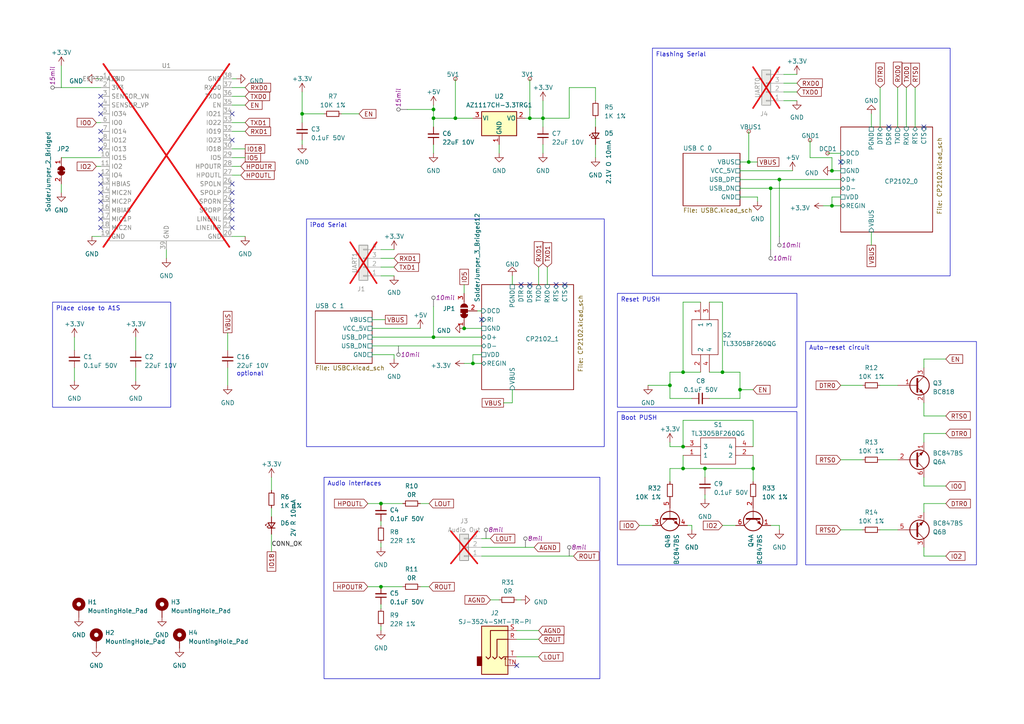
<source format=kicad_sch>
(kicad_sch (version 20230121) (generator eeschema)
  (paper "A4")
  (title_block (title "A1S Mini Board") (date "2025-02-27") (rev "0.1.2"))
  (junction (at 125.73 97.79))
  (junction (at 198.12 107.95))
  (junction (at 110.49 146.05))
  (junction (at 153.67 34.29))
  (junction (at 87.63 33.02))
  (junction (at 241.3 49.53))
  (junction (at 110.49 170.18))
  (junction (at 214.63 113.03))
  (junction (at 132.08 34.29))
  (junction (at 226.06 52.07))
  (junction (at 157.48 34.29))
  (junction (at 218.44 135.89))
  (junction (at 194.31 111.76))
  (junction (at 204.47 135.89))
  (junction (at 223.52 54.61))
  (junction (at 209.55 107.95))
  (junction (at 198.12 129.54))
  (junction (at 125.73 31.75))
  (junction (at 125.73 34.29))
  (junction (at 198.12 135.89))
  (junction (at 137.16 105.41))
  (junction (at 241.3 59.69))
  (junction (at 217.17 46.99))
  (junction (at 134.62 95.25))
  (no_connect (at 153.67 82.55))
  (no_connect (at 29.21 66.04))
  (no_connect (at 151.13 82.55))
  (no_connect (at 163.83 82.55))
  (no_connect (at 67.31 60.96))
  (no_connect (at 67.31 66.04))
  (no_connect (at 139.7 92.71))
  (no_connect (at 29.21 40.64))
  (no_connect (at 29.21 43.18))
  (no_connect (at 29.21 30.48))
  (no_connect (at 67.31 63.5))
  (no_connect (at 67.31 40.64))
  (no_connect (at 29.21 53.34))
  (no_connect (at 29.21 27.94))
  (no_connect (at 67.31 33.02))
  (no_connect (at 29.21 58.42))
  (no_connect (at 67.31 53.34))
  (no_connect (at 161.29 82.55))
  (no_connect (at 29.21 55.88))
  (no_connect (at 243.84 46.99))
  (no_connect (at 67.31 55.88))
  (no_connect (at 29.21 38.1))
  (no_connect (at 29.21 50.8))
  (no_connect (at 29.21 63.5))
  (no_connect (at 149.86 193.04))
  (no_connect (at 267.97 36.83))
  (no_connect (at 257.81 36.83))
  (no_connect (at 29.21 33.02))
  (no_connect (at 29.21 60.96))
  (no_connect (at 67.31 58.42))
  (wire (pts (xy 274.32 120.65) (xy 267.97 120.65)))
  (wire (pts (xy 153.67 34.29) (xy 157.48 34.29)))
  (wire (pts (xy 110.49 170.18) (xy 116.84 170.18)))
  (wire (pts (xy 110.49 146.05) (xy 116.84 146.05)))
  (wire (pts (xy 243.84 133.35) (xy 250.19 133.35)))
  (wire (pts (xy 194.31 139.7) (xy 194.31 135.89)))
  (wire (pts (xy 67.31 22.86) (xy 68.58 22.86)))
  (wire (pts (xy 158.75 77.47) (xy 158.75 82.55)))
  (wire (pts (xy 267.97 161.29) (xy 274.32 161.29)))
  (wire (pts (xy 27.94 48.26) (xy 29.21 48.26)))
  (wire (pts (xy 267.97 116.84) (xy 267.97 120.65)))
  (wire (pts (xy 241.3 59.69) (xy 243.84 59.69)))
  (wire (pts (xy 260.35 25.4) (xy 260.35 36.83)))
  (wire (pts (xy 274.32 146.05) (xy 267.97 146.05)))
  (wire (pts (xy 226.06 52.07) (xy 243.84 52.07)))
  (wire (pts (xy 107.95 102.87) (xy 114.3 102.87)))
  (wire (pts (xy 243.84 57.15) (xy 241.3 57.15)))
  (wire (pts (xy 121.92 170.18) (xy 124.46 170.18)))
  (wire (pts (xy 265.43 25.4) (xy 265.43 36.83)))
  (wire (pts (xy 217.17 38.1) (xy 217.17 46.99)))
  (wire (pts (xy 194.31 129.54) (xy 198.12 129.54)))
  (wire (pts (xy 214.63 113.03) (xy 218.44 113.03)))
  (wire (pts (xy 241.3 57.15) (xy 241.3 59.69)))
  (wire (pts (xy 114.3 102.87) (xy 114.3 104.14)))
  (wire (pts (xy 107.95 92.71) (xy 111.76 92.71)))
  (wire (pts (xy 78.74 138.43) (xy 78.74 142.24)))
  (wire (pts (xy 107.95 95.25) (xy 121.92 95.25)))
  (wire (pts (xy 209.55 107.95) (xy 214.63 107.95)))
  (wire (pts (xy 78.74 154.94) (xy 78.74 160.02)))
  (wire (pts (xy 125.73 41.91) (xy 125.73 44.45)))
  (wire (pts (xy 157.48 34.29) (xy 157.48 36.83)))
  (wire (pts (xy 48.26 72.39) (xy 48.26 74.93)))
  (wire (pts (xy 223.52 54.61) (xy 223.52 72.39)))
  (wire (pts (xy 165.1 25.4) (xy 165.1 34.29)))
  (wire (pts (xy 200.66 115.57) (xy 194.31 115.57)))
  (wire (pts (xy 110.49 181.61) (xy 110.49 182.88)))
  (wire (pts (xy 156.21 77.47) (xy 156.21 82.55)))
  (wire (pts (xy 218.44 129.54) (xy 218.44 121.92)))
  (wire (pts (xy 214.63 54.61) (xy 223.52 54.61)))
  (wire (pts (xy 200.66 152.4) (xy 200.66 153.67)))
  (wire (pts (xy 243.84 153.67) (xy 250.19 153.67)))
  (wire (pts (xy 165.1 34.29) (xy 157.48 34.29)))
  (wire (pts (xy 255.27 133.35) (xy 260.35 133.35)))
  (wire (pts (xy 142.24 173.99) (xy 144.78 173.99)))
  (wire (pts (xy 240.03 44.45) (xy 243.84 44.45)))
  (wire (pts (xy 66.04 106.68) (xy 66.04 111.76)))
  (wire (pts (xy 132.08 22.86) (xy 132.08 34.29)))
  (wire (pts (xy 267.97 125.73) (xy 267.97 128.27)))
  (wire (pts (xy 134.62 105.41) (xy 137.16 105.41)))
  (wire (pts (xy 223.52 152.4) (xy 226.06 152.4)))
  (wire (pts (xy 107.95 100.33) (xy 139.7 100.33)))
  (wire (pts (xy 227.33 21.59) (xy 231.14 21.59)))
  (wire (pts (xy 78.74 147.32) (xy 78.74 149.86)))
  (wire (pts (xy 148.59 116.84) (xy 148.59 113.03)))
  (wire (pts (xy 199.39 152.4) (xy 200.66 152.4)))
  (wire (pts (xy 194.31 128.27) (xy 194.31 129.54)))
  (wire (pts (xy 214.63 113.03) (xy 214.63 115.57)))
  (wire (pts (xy 209.55 152.4) (xy 213.36 152.4)))
  (wire (pts (xy 226.06 152.4) (xy 226.06 153.67)))
  (wire (pts (xy 214.63 57.15) (xy 219.71 57.15)))
  (wire (pts (xy 67.31 35.56) (xy 71.12 35.56)))
  (wire (pts (xy 118.11 31.75) (xy 125.73 31.75)))
  (wire (pts (xy 218.44 135.89) (xy 218.44 139.7)))
  (wire (pts (xy 110.49 151.13) (xy 110.49 152.4)))
  (wire (pts (xy 27.94 22.86) (xy 29.21 22.86)))
  (wire (pts (xy 214.63 52.07) (xy 226.06 52.07)))
  (wire (pts (xy 243.84 111.76) (xy 250.19 111.76)))
  (wire (pts (xy 187.96 111.76) (xy 194.31 111.76)))
  (wire (pts (xy 137.16 105.41) (xy 139.7 105.41)))
  (wire (pts (xy 198.12 135.89) (xy 204.47 135.89)))
  (wire (pts (xy 223.52 54.61) (xy 243.84 54.61)))
  (wire (pts (xy 149.86 185.42) (xy 156.21 185.42)))
  (wire (pts (xy 154.94 158.75) (xy 139.7 158.75)))
  (wire (pts (xy 67.31 38.1) (xy 71.12 38.1)))
  (wire (pts (xy 27.94 35.56) (xy 29.21 35.56)))
  (wire (pts (xy 107.95 97.79) (xy 125.73 97.79)))
  (wire (pts (xy 172.72 25.4) (xy 172.72 29.21)))
  (wire (pts (xy 125.73 30.48) (xy 125.73 31.75)))
  (wire (pts (xy 241.3 49.53) (xy 243.84 49.53)))
  (wire (pts (xy 194.31 107.95) (xy 198.12 107.95)))
  (wire (pts (xy 172.72 25.4) (xy 165.1 25.4)))
  (wire (pts (xy 21.59 106.68) (xy 21.59 110.49)))
  (wire (pts (xy 204.47 143.51) (xy 204.47 144.78)))
  (wire (pts (xy 17.78 45.72) (xy 29.21 45.72)))
  (wire (pts (xy 39.37 106.68) (xy 39.37 110.49)))
  (wire (pts (xy 67.31 48.26) (xy 69.85 48.26)))
  (wire (pts (xy 205.74 115.57) (xy 214.63 115.57)))
  (wire (pts (xy 227.33 24.13) (xy 231.14 24.13)))
  (wire (pts (xy 139.7 95.25) (xy 134.62 95.25)))
  (wire (pts (xy 67.31 45.72) (xy 71.12 45.72)))
  (wire (pts (xy 157.48 41.91) (xy 157.48 44.45)))
  (wire (pts (xy 87.63 40.64) (xy 87.63 41.91)))
  (wire (pts (xy 148.59 80.01) (xy 148.59 82.55)))
  (wire (pts (xy 172.72 34.29) (xy 172.72 36.83)))
  (wire (pts (xy 274.32 125.73) (xy 267.97 125.73)))
  (wire (pts (xy 255.27 153.67) (xy 260.35 153.67)))
  (wire (pts (xy 67.31 25.4) (xy 71.12 25.4)))
  (wire (pts (xy 205.74 87.63) (xy 209.55 87.63)))
  (wire (pts (xy 17.78 53.34) (xy 17.78 55.88)))
  (wire (pts (xy 110.49 74.93) (xy 114.3 74.93)))
  (wire (pts (xy 217.17 46.99) (xy 219.71 46.99)))
  (wire (pts (xy 274.32 104.14) (xy 267.97 104.14)))
  (wire (pts (xy 204.47 135.89) (xy 204.47 138.43)))
  (wire (pts (xy 238.76 59.69) (xy 241.3 59.69)))
  (wire (pts (xy 139.7 156.21) (xy 142.24 156.21)))
  (wire (pts (xy 152.4 34.29) (xy 153.67 34.29)))
  (wire (pts (xy 146.05 116.84) (xy 148.59 116.84)))
  (wire (pts (xy 67.31 68.58) (xy 71.12 68.58)))
  (wire (pts (xy 137.16 102.87) (xy 137.16 105.41)))
  (wire (pts (xy 252.73 67.31) (xy 252.73 71.12)))
  (wire (pts (xy 66.04 96.52) (xy 66.04 101.6)))
  (wire (pts (xy 226.06 52.07) (xy 226.06 68.58)))
  (wire (pts (xy 110.49 77.47) (xy 114.3 77.47)))
  (wire (pts (xy 67.31 43.18) (xy 71.12 43.18)))
  (wire (pts (xy 267.97 140.97) (xy 267.97 138.43)))
  (wire (pts (xy 214.63 49.53) (xy 229.87 49.53)))
  (wire (pts (xy 255.27 25.4) (xy 255.27 36.83)))
  (wire (pts (xy 157.48 29.21) (xy 157.48 34.29)))
  (wire (pts (xy 267.97 146.05) (xy 267.97 148.59)))
  (wire (pts (xy 29.21 68.58) (xy 26.67 68.58)))
  (wire (pts (xy 39.37 97.79) (xy 39.37 101.6)))
  (wire (pts (xy 139.7 102.87) (xy 137.16 102.87)))
  (wire (pts (xy 274.32 140.97) (xy 267.97 140.97)))
  (wire (pts (xy 241.3 45.72) (xy 234.95 45.72)))
  (wire (pts (xy 99.06 33.02) (xy 104.14 33.02)))
  (wire (pts (xy 67.31 27.94) (xy 71.12 27.94)))
  (wire (pts (xy 156.21 190.5) (xy 149.86 190.5)))
  (wire (pts (xy 121.92 146.05) (xy 124.46 146.05)))
  (wire (pts (xy 198.12 132.08) (xy 198.12 135.89)))
  (wire (pts (xy 156.21 182.88) (xy 149.86 182.88)))
  (wire (pts (xy 205.74 107.95) (xy 209.55 107.95)))
  (wire (pts (xy 194.31 115.57) (xy 194.31 111.76)))
  (wire (pts (xy 172.72 41.91) (xy 172.72 45.72)))
  (wire (pts (xy 125.73 97.79) (xy 139.7 97.79)))
  (wire (pts (xy 198.12 121.92) (xy 198.12 129.54)))
  (wire (pts (xy 227.33 29.21) (xy 231.14 29.21)))
  (wire (pts (xy 198.12 87.63) (xy 198.12 107.95)))
  (wire (pts (xy 144.78 41.91) (xy 144.78 44.45)))
  (wire (pts (xy 203.2 87.63) (xy 198.12 87.63)))
  (wire (pts (xy 218.44 132.08) (xy 218.44 135.89)))
  (wire (pts (xy 125.73 31.75) (xy 125.73 34.29)))
  (wire (pts (xy 106.68 146.05) (xy 110.49 146.05)))
  (wire (pts (xy 132.08 34.29) (xy 137.16 34.29)))
  (wire (pts (xy 87.63 26.67) (xy 87.63 33.02)))
  (wire (pts (xy 262.89 25.4) (xy 262.89 36.83)))
  (wire (pts (xy 110.49 157.48) (xy 110.49 158.75)))
  (wire (pts (xy 106.68 170.18) (xy 110.49 170.18)))
  (wire (pts (xy 227.33 26.67) (xy 231.14 26.67)))
  (wire (pts (xy 218.44 121.92) (xy 198.12 121.92)))
  (wire (pts (xy 198.12 107.95) (xy 203.2 107.95)))
  (wire (pts (xy 87.63 33.02) (xy 87.63 35.56)))
  (wire (pts (xy 214.63 46.99) (xy 217.17 46.99)))
  (wire (pts (xy 255.27 111.76) (xy 260.35 111.76)))
  (wire (pts (xy 110.49 72.39) (xy 114.3 72.39)))
  (wire (pts (xy 110.49 175.26) (xy 110.49 176.53)))
  (wire (pts (xy 125.73 34.29) (xy 132.08 34.29)))
  (wire (pts (xy 134.62 82.55) (xy 134.62 85.09)))
  (wire (pts (xy 166.37 161.29) (xy 139.7 161.29)))
  (wire (pts (xy 209.55 87.63) (xy 209.55 107.95)))
  (wire (pts (xy 194.31 135.89) (xy 198.12 135.89)))
  (wire (pts (xy 67.31 30.48) (xy 71.12 30.48)))
  (wire (pts (xy 110.49 80.01) (xy 114.3 80.01)))
  (wire (pts (xy 149.86 173.99) (xy 151.13 173.99)))
  (wire (pts (xy 219.71 57.15) (xy 219.71 58.42)))
  (wire (pts (xy 29.21 25.4) (xy 17.78 25.4)))
  (wire (pts (xy 267.97 158.75) (xy 267.97 161.29)))
  (wire (pts (xy 234.95 45.72) (xy 234.95 40.64)))
  (wire (pts (xy 125.73 88.9) (xy 125.73 97.79)))
  (wire (pts (xy 185.42 152.4) (xy 189.23 152.4)))
  (wire (pts (xy 194.31 111.76) (xy 194.31 107.95)))
  (wire (pts (xy 67.31 50.8) (xy 69.85 50.8)))
  (wire (pts (xy 21.59 97.79) (xy 21.59 101.6)))
  (wire (pts (xy 87.63 33.02) (xy 93.98 33.02)))
  (wire (pts (xy 125.73 34.29) (xy 125.73 36.83)))
  (wire (pts (xy 17.78 19.05) (xy 17.78 25.4)))
  (wire (pts (xy 153.67 22.86) (xy 153.67 34.29)))
  (wire (pts (xy 214.63 107.95) (xy 214.63 113.03)))
  (wire (pts (xy 138.43 90.17) (xy 139.7 90.17)))
  (wire (pts (xy 267.97 104.14) (xy 267.97 106.68)))
  (wire (pts (xy 218.44 135.89) (xy 204.47 135.89)))
  (wire (pts (xy 241.3 49.53) (xy 241.3 45.72)))
  (wire (pts (xy 252.73 33.02) (xy 252.73 36.83)))
  (text_box "Boot PUSH\n" (at 179.07 119.38 0) (size 52.07 44.45) (effects (font (size 1.27 1.27)) (justify left top)))
  (text_box "Reset PUSH" (at 179.07 85.09 0) (size 52.07 33.02) (effects (font (size 1.27 1.27)) (justify left top)))
  (text_box "iPod Serial" (at 88.9 63.5 0) (size 86.36 66.04) (effects (font (size 1.27 1.27)) (justify left top)))
  (text_box "Flashing Serial" (at 189.23 13.97 0) (size 86.36 66.04) (effects (font (size 1.27 1.27)) (justify left top)))
  (text_box "Audio interfaces\n" (at 93.98 138.43 0) (size 80.01 58.42) (effects (font (size 1.27 1.27)) (justify left top)))
  (text_box "Auto-reset circuit" (at 233.68 99.06 0) (size 49.53 64.77) (effects (font (size 1.27 1.27)) (justify left top)))
  (text_box "Place close to A1S\n" (at 15.24 87.63 0) (size 34.29 30.48) (effects (font (size 1.27 1.27)) (justify left top)))
  (text "optional" (at 68.58 109.22 0) (effects (font (size 1.27 1.27)) (justify left bottom)))
  (label "CONN_OK" (at 78.74 158.75 0))
  (global_label "AGND" (shape input) (at 142.24 173.99 180) (property "Intersheetrefs" "${INTERSHEET_REFS}" (effects hide)))
  (global_label "VBUS" (shape passive) (at 219.71 46.99 0) (property "Intersheetrefs" "${INTERSHEET_REFS}" (effects hide)))
  (global_label "TXD1" (shape input) (at 158.75 77.47 90) (property "Intersheetrefs" "${INTERSHEET_REFS}" (effects hide)))
  (global_label "VBUS" (shape passive) (at 111.76 92.71 0) (property "Intersheetrefs" "${INTERSHEET_REFS}" (effects hide)))
  (global_label "IO2" (shape input) (at 209.55 152.4 180) (property "Intersheetrefs" "${INTERSHEET_REFS}" (effects hide)))
  (global_label "IO5" (shape passive) (at 134.62 82.55 90) (property "Intersheetrefs" "${INTERSHEET_REFS}" (effects hide)))
  (global_label "HPOUTR" (shape input) (at 106.68 170.18 180) (property "Intersheetrefs" "${INTERSHEET_REFS}" (effects hide)))
  (global_label "RTS0" (shape input) (at 243.84 133.35 180) (property "Intersheetrefs" "${INTERSHEET_REFS}" (effects hide)))
  (global_label "VBUS" (shape passive) (at 252.73 71.12 270) (property "Intersheetrefs" "${INTERSHEET_REFS}" (effects hide)))
  (global_label "RTS0" (shape input) (at 265.43 25.4 90) (property "Intersheetrefs" "${INTERSHEET_REFS}" (effects hide)))
  (global_label "EN" (shape input) (at 274.32 104.14 0) (property "Intersheetrefs" "${INTERSHEET_REFS}" (effects hide)))
  (global_label "RXD0" (shape input) (at 260.35 25.4 90) (property "Intersheetrefs" "${INTERSHEET_REFS}" (effects hide)))
  (global_label "IO2" (shape input) (at 274.32 161.29 0) (property "Intersheetrefs" "${INTERSHEET_REFS}" (effects hide)))
  (global_label "TXD1" (shape input) (at 71.12 35.56 0) (property "Intersheetrefs" "${INTERSHEET_REFS}" (effects hide)))
  (global_label "IO0" (shape input) (at 274.32 140.97 0) (property "Intersheetrefs" "${INTERSHEET_REFS}" (effects hide)))
  (global_label "LOUT" (shape input) (at 156.21 190.5 0) (property "Intersheetrefs" "${INTERSHEET_REFS}" (effects hide)))
  (global_label "DTR0" (shape input) (at 274.32 146.05 0) (property "Intersheetrefs" "${INTERSHEET_REFS}" (effects hide)))
  (global_label "RXD0" (shape input) (at 231.14 24.13 0) (property "Intersheetrefs" "${INTERSHEET_REFS}" (effects hide)))
  (global_label "EN" (shape input) (at 104.14 33.02 0) (property "Intersheetrefs" "${INTERSHEET_REFS}" (effects hide)))
  (global_label "AGND" (shape input) (at 154.94 158.75 0) (property "Intersheetrefs" "${INTERSHEET_REFS}" (effects hide)))
  (global_label "IO18" (shape passive) (at 78.74 160.02 270) (property "Intersheetrefs" "${INTERSHEET_REFS}" (effects hide)))
  (global_label "HPOUTL" (shape input) (at 69.85 50.8 0) (property "Intersheetrefs" "${INTERSHEET_REFS}" (effects hide)))
  (global_label "IO0" (shape input) (at 185.42 152.4 180) (property "Intersheetrefs" "${INTERSHEET_REFS}" (effects hide)))
  (global_label "HPOUTR" (shape input) (at 69.85 48.26 0) (property "Intersheetrefs" "${INTERSHEET_REFS}" (effects hide)))
  (global_label "ROUT" (shape input) (at 124.46 170.18 0) (property "Intersheetrefs" "${INTERSHEET_REFS}" (effects hide)))
  (global_label "IO0" (shape input) (at 27.94 35.56 180) (property "Intersheetrefs" "${INTERSHEET_REFS}" (effects hide)))
  (global_label "HPOUTL" (shape input) (at 106.68 146.05 180) (property "Intersheetrefs" "${INTERSHEET_REFS}" (effects hide)))
  (global_label "TXD0" (shape input) (at 71.12 27.94 0) (property "Intersheetrefs" "${INTERSHEET_REFS}" (effects hide)))
  (global_label "RXD1" (shape input) (at 114.3 74.93 0) (property "Intersheetrefs" "${INTERSHEET_REFS}" (effects hide)))
  (global_label "TXD0" (shape input) (at 262.89 25.4 90) (property "Intersheetrefs" "${INTERSHEET_REFS}" (effects hide)))
  (global_label "DTR0" (shape input) (at 274.32 125.73 0) (property "Intersheetrefs" "${INTERSHEET_REFS}" (effects hide)))
  (global_label "RXD0" (shape input) (at 71.12 25.4 0) (property "Intersheetrefs" "${INTERSHEET_REFS}" (effects hide)))
  (global_label "EN" (shape input) (at 71.12 30.48 0) (property "Intersheetrefs" "${INTERSHEET_REFS}" (effects hide)))
  (global_label "LOUT" (shape input) (at 124.46 146.05 0) (property "Intersheetrefs" "${INTERSHEET_REFS}" (effects hide)))
  (global_label "TXD0" (shape input) (at 231.14 26.67 0) (property "Intersheetrefs" "${INTERSHEET_REFS}" (effects hide)))
  (global_label "EN" (shape input) (at 218.44 113.03 0) (property "Intersheetrefs" "${INTERSHEET_REFS}" (effects hide)))
  (global_label "RXD1" (shape input) (at 156.21 77.47 90) (property "Intersheetrefs" "${INTERSHEET_REFS}" (effects hide)))
  (global_label "DTR0" (shape input) (at 255.27 25.4 90) (property "Intersheetrefs" "${INTERSHEET_REFS}" (effects hide)))
  (global_label "VBUS" (shape passive) (at 146.05 116.84 180) (property "Intersheetrefs" "${INTERSHEET_REFS}" (effects hide)))
  (global_label "RXD1" (shape input) (at 71.12 38.1 0) (property "Intersheetrefs" "${INTERSHEET_REFS}" (effects hide)))
  (global_label "RTS0" (shape input) (at 274.32 120.65 0) (property "Intersheetrefs" "${INTERSHEET_REFS}" (effects hide)))
  (global_label "IO5" (shape passive) (at 71.12 45.72 0) (property "Intersheetrefs" "${INTERSHEET_REFS}" (effects hide)))
  (global_label "ROUT" (shape input) (at 166.37 161.29 0) (property "Intersheetrefs" "${INTERSHEET_REFS}" (effects hide)))
  (global_label "AGND" (shape input) (at 156.21 182.88 0) (property "Intersheetrefs" "${INTERSHEET_REFS}" (effects hide)))
  (global_label "LOUT" (shape input) (at 142.24 156.21 0) (property "Intersheetrefs" "${INTERSHEET_REFS}" (effects hide)))
  (global_label "TXD1" (shape input) (at 114.3 77.47 0) (property "Intersheetrefs" "${INTERSHEET_REFS}" (effects hide)))
  (global_label "DTR0" (shape input) (at 243.84 111.76 180) (property "Intersheetrefs" "${INTERSHEET_REFS}" (effects hide)))
  (global_label "RTS0" (shape input) (at 243.84 153.67 180) (property "Intersheetrefs" "${INTERSHEET_REFS}" (effects hide)))
  (global_label "ROUT" (shape input) (at 156.21 185.42 0) (property "Intersheetrefs" "${INTERSHEET_REFS}" (effects hide)))
  (global_label "IO2" (shape input) (at 27.94 48.26 180) (property "Intersheetrefs" "${INTERSHEET_REFS}" (effects hide)))
  (global_label "IO18" (shape passive) (at 71.12 43.18 0) (property "Intersheetrefs" "${INTERSHEET_REFS}" (effects hide)))
  (global_label "VBUS" (shape passive) (at 66.04 96.52 90) (property "Intersheetrefs" "${INTERSHEET_REFS}" (effects hide)))
  (netclass_flag "" (length 2.54) (shape round) (at 115.57 100.33 180) (property "Netclass" "10mil" (at 116.1796 102.87 0) (effects (font italic) (justify left))))
  (netclass_flag "" (length 2.54) (shape round) (at 226.06 68.58 180) (property "Netclass" "10mil" (at 226.6696 71.12 0) (effects (font italic) (justify left))))
  (netclass_flag "" (length 2.54) (shape round) (at 125.73 88.9 0) (property "Netclass" "10mil" (at 126.3396 86.36 0) (effects (font italic) (justify left))))
  (netclass_flag "" (length 2.54) (shape round) (at 223.52 72.39 180) (property "Netclass" "10mil" (at 224.1296 74.93 0) (effects (font italic) (justify left))))
  (netclass_flag "" (length 2.54) (shape round) (at 165.1 161.29 0) (property "Netclass" "8mil" (at 165.7096 158.75 0) (effects (font italic) (justify left))))
  (netclass_flag "" (length 2.54) (shape round) (at 152.4 158.75 0) (property "Netclass" "8mil" (at 153.0096 156.21 0) (effects (font italic) (justify left))))
  (netclass_flag "" (length 2.54) (shape round) (at 140.97 156.21 0) (property "Netclass" "8mil" (at 141.5796 153.67 0) (effects (font italic) (justify left))))
  (netclass_flag "" (length 2.54) (shape round) (at 118.11 31.75 90) (property "Netclass" "15mil" (at 115.57 31.1404 90) (effects (font italic) (justify left))))
  (netclass_flag "" (length 2.54) (shape round) (at 17.78 25.4 90) (property "Netclass" "15mil" (at 15.24 24.7904 90) (effects (font italic) (justify left))))
  (symbol (lib_id "power:GND") (at 252.73 33.02 180) (unit 1)
    (property "Reference" "#PWR048" (effects hide))
    (property "Value" "GND" (at 252.73 29.21 0))
  )
  (symbol (lib_id "power:+3.3V") (at 87.63 26.67 0) (unit 1)
    (property "Reference" "#PWR022" (effects hide))
    (property "Value" "+3.3V" (at 87.63 22.86 0))
  )
  (symbol (lib_id "Device:LED_Small") (at 78.74 152.4 90) (unit 1)
    (property "Reference" "D6" (at 81.28 151.7015 90) (effects (justify right)))
    (property "Value" "2V R 10mA" (at 85.09 144.78 0) (effects (justify right)))
    (property "Footprint" "LED_SMD:LED_0603_1608Metric" (effects hide))
    (property "Datasheet" "https://mm.digikey.com/Volume0/opasdata/d220001/medias/docus/911/LTST-C190EKT.pdf" (effects hide))
    (property "Description" "LED RED CLEAR CHIP SMD" (effects hide))
    (property "Manufacturer_Name" "Lite-On Inc." (effects hide))
    (property "Manufacturer_Part_Number" "LTST-C190EKT" (effects hide))
  )
  (symbol (lib_id "Regulator_Linear:AZ1117-3.3") (at 144.78 34.29 0) (unit 1)
    (property "Reference" "U2" (at 144.78 27.94 0))
    (property "Value" "AZ1117CH-3.3TRG1" (at 144.78 30.48 0))
    (property "Footprint" "Package_TO_SOT_SMD:SOT-223-3_TabPin2" (effects hide))
    (property "Datasheet" "https://www.diodes.com/assets/Datasheets/AZ1117C.pdf" (effects hide))
    (property "Description" "IC REG LINEAR 3.3V 1A SOT-223-3" (effects hide))
    (property "Manufacturer_Name" "Diodes Incorporated" (effects hide))
    (property "Manufacturer_Part_Number" "AZ1117CH-3.3TRG1" (effects hide))
  )
  (symbol (lib_id "power:GND") (at 187.96 111.76 0) (unit 1)
    (property "Reference" "#PWR037" (effects hide))
    (property "Value" "GND" (at 187.96 116.84 0))
  )
  (symbol (lib_id "Device:C_Small") (at 66.04 104.14 180) (unit 1)
    (property "Reference" "C16" (at 68.58 103.4986 0) (effects (justify right)))
    (property "Value" "22uF 10V" (at 68.58 106.0386 0) (effects (justify right)))
    (property "Footprint" "Capacitor_SMD:C_0805_2012Metric" (effects hide))
    (property "Datasheet" "https://www.yageo.com/upload/media/product/app/datasheet/mlcc/upy-gphc_x5r_4v-to-50v.pdf" (effects hide))
    (property "Description" "CAP CER 22UF 10V X5R 0805" (effects hide))
    (property "Manufacturer_Name" "YAGEO" (effects hide))
    (property "Manufacturer_Part_Number" "CC0805MKX5R6BB226" (effects hide))
  )
  (symbol (lib_id "power:+5V") (at 125.73 30.48 0) (unit 1)
    (property "Reference" "#PWR030" (effects hide))
    (property "Value" "+5V" (at 125.73 26.67 0))
  )
  (symbol (lib_id "power:GND") (at 219.71 58.42 0) (unit 1)
    (property "Reference" "#PWR041" (effects hide))
    (property "Value" "GND" (at 219.71 63.5 0))
  )
  (symbol (lib_id "power:GND") (at 110.49 158.75 0) (unit 1)
    (property "Reference" "#PWR024" (effects hide))
    (property "Value" "GND" (at 110.49 163.83 0))
  )
  (symbol (lib_id "Device:R_Small") (at 78.74 144.78 0) (unit 1)
    (property "Reference" "R6" (at 81.28 144.145 0) (effects (justify left)))
    (property "Value" "1K 1%" (at 81.28 146.685 0) (effects (justify left)))
    (property "Footprint" "Resistor_SMD:R_0603_1608Metric" (effects hide))
    (property "Datasheet" "https://www.yageo.com/upload/media/product/products/datasheet/rchip/PYu-RC_Group_51_RoHS_L_12.pdf" (effects hide))
    (property "Description" "RES 1K OHM 1% 1/10W 0603" (effects hide))
    (property "Manufacturer_Name" "YAGEO" (effects hide))
    (property "Manufacturer_Part_Number" "RC0603FR-071KL" (effects hide))
  )
  (symbol (lib_id "Mechanical:MountingHole_Pad") (at 22.86 176.53 0) (unit 1)
    (property "Reference" "H1" (at 25.4 174.625 0) (effects (justify left)))
    (property "Value" "MountingHole_Pad" (at 25.4 177.165 0) (effects (justify left)))
    (property "Footprint" "MountingHole:MountingHole_3.2mm_M3_Pad_TopBottom" (effects hide))
  )
  (symbol (lib_id "power:GND") (at 144.78 44.45 0) (unit 1)
    (property "Reference" "#PWR034" (effects hide))
    (property "Value" "GND" (at 144.78 49.53 0))
  )
  (symbol (lib_id "power:GND") (at 114.3 80.01 0) (unit 1)
    (property "Reference" "#PWR027" (effects hide))
    (property "Value" "GND" (at 114.3 84.8507 0))
  )
  (symbol (lib_id "Connector:TestPoint_Small") (at 234.95 40.64 270) (unit 1)
    (property "Reference" "GND1" (at 232.41 39.37 90) (effects (justify left)))
    (property "Value" "TestPoint_Small" (effects hide))
    (property "Footprint" "TestPoint:TestPoint_Pad_D1.0mm" (effects hide))
  )
  (symbol (lib_id "power:+5V") (at 121.92 95.25 0) (unit 1)
    (property "Reference" "#PWR029" (effects hide))
    (property "Value" "+5V" (at 121.92 91.44 0))
  )
  (symbol (lib_id "power:+3.3V") (at 231.14 21.59 0) (unit 1)
    (property "Reference" "#PWR044" (effects hide))
    (property "Value" "+3.3V" (at 231.14 17.78 0))
  )
  (symbol (lib_id "power:GND") (at 231.14 29.21 0) (unit 1)
    (property "Reference" "#PWR045" (effects hide))
    (property "Value" "GND" (at 231.14 34.0507 0))
  )
  (symbol (lib_id "Device:R_Small") (at 252.73 133.35 90) (unit 1)
    (property "Reference" "R13" (at 252.73 128.27 90))
    (property "Value" "10K 1%" (at 252.73 130.81 90))
    (property "Footprint" "Resistor_SMD:R_0603_1608Metric" (effects hide))
    (property "Datasheet" "https://bourns.com/docs/product-datasheets/cr.pdf?sfvrsn=574d41f6_14" (effects hide))
    (property "Description" "RES SMD 10K OHM 1% 1/10W 0603" (effects hide))
    (property "Manufacturer_Name" "Bourns Inc." (effects hide))
    (property "Manufacturer_Part_Number" "CR0603-FX-1002ELF" (effects hide))
  )
  (symbol (lib_id "Device:R_Small") (at 96.52 33.02 90) (unit 1)
    (property "Reference" "R7" (at 96.52 27.94 90))
    (property "Value" "10K 1%" (at 96.52 30.48 90))
    (property "Footprint" "Resistor_SMD:R_0603_1608Metric" (effects hide))
    (property "Datasheet" "https://bourns.com/docs/product-datasheets/cr.pdf?sfvrsn=574d41f6_14" (effects hide))
    (property "Description" "RES SMD 10K OHM 1% 1/10W 0603" (effects hide))
    (property "Manufacturer_Name" "Bourns Inc." (effects hide))
    (property "Manufacturer_Part_Number" "CR0603-FX-1002ELF" (effects hide))
  )
  (symbol (lib_id "Device:C_Small") (at 203.2 115.57 90) (unit 1)
    (property "Reference" "C8" (at 203.2063 110.49 90))
    (property "Value" "0.1uF 50V" (at 203.2063 113.03 90))
    (property "Footprint" "Capacitor_SMD:C_0603_1608Metric" (effects hide))
    (property "Datasheet" "https://mm.digikey.com/Volume0/opasdata/d220001/medias/docus/609/CL10B104KB8NNNC_Spec.pdf" (effects hide))
    (property "Description" "CAP CER 0.1UF 50V X7R 0603" (effects hide))
    (property "Manufacturer_Name" "Samsung Electro-Mechanics" (effects hide))
    (property "Manufacturer_Part_Number" "CL10B104KB8NNNC" (effects hide))
  )
  (symbol (lib_id "Transistor_BJT:BC847BS") (at 194.31 149.86 90) (mirror x) (unit 2)
    (property "Reference" "Q4" (at 193.675 154.94 0) (effects (justify left)))
    (property "Value" "BC847BS" (at 196.215 154.94 0) (effects (justify left)))
    (property "Footprint" "Package_TO_SOT_SMD:SOT-363_SC-70-6" (effects hide))
    (property "Datasheet" "https://assets.nexperia.com/documents/data-sheet/BC847BS.pdf" (effects hide))
  )
  (symbol (lib_id "Device:C_Small") (at 157.48 39.37 180) (unit 1)
    (property "Reference" "C7" (at 160.02 38.7286 0) (effects (justify right)))
    (property "Value" "22uF 10V" (at 160.02 41.2686 0) (effects (justify right)))
    (property "Footprint" "Capacitor_SMD:C_0805_2012Metric" (effects hide))
    (property "Datasheet" "https://www.yageo.com/upload/media/product/app/datasheet/mlcc/upy-gphc_x5r_4v-to-50v.pdf" (effects hide))
    (property "Description" "CAP CER 22UF 10V X5R 0805" (effects hide))
    (property "Manufacturer_Name" "YAGEO" (effects hide))
    (property "Manufacturer_Part_Number" "CC0805MKX5R6BB226" (effects hide))
  )
  (symbol (lib_id "Transistor_BJT:BC847BS") (at 265.43 133.35 0) (mirror x) (unit 1)
    (property "Reference" "Q6" (at 270.51 133.985 0) (effects (justify left)))
    (property "Value" "BC847BS" (at 270.51 131.445 0) (effects (justify left)))
    (property "Footprint" "Package_TO_SOT_SMD:SOT-363_SC-70-6" (effects hide))
    (property "Datasheet" "https://assets.nexperia.com/documents/data-sheet/BC847BS.pdf" (effects hide))
  )
  (symbol (lib_id "Device:R_Small") (at 110.49 154.94 0) (unit 1)
    (property "Reference" "R8" (at 113.03 154.305 0) (effects (justify left)))
    (property "Value" "22R 1%" (at 113.03 156.845 0) (effects (justify left)))
    (property "Footprint" "Resistor_SMD:R_0603_1608Metric" (effects hide))
    (property "Datasheet" "https://www.yageo.com/upload/media/product/products/datasheet/rchip/PYu-RC_Group_51_RoHS_L_12.pdf" (effects hide))
    (property "Description" "RES 22 OHM 1% 1/10W 0603" (effects hide))
    (property "Manufacturer_Name" "YAGEO" (effects hide))
    (property "Manufacturer_Part_Number" "RC0603FR-0722RL" (effects hide))
  )
  (symbol (lib_id "power:+3.3V") (at 134.62 105.41 90) (unit 1)
    (property "Reference" "#PWR033" (effects hide))
    (property "Value" "+3.3V" (at 130.81 106.045 90) (effects (justify left)))
  )
  (symbol (lib_id "Mechanical:MountingHole_Pad") (at 27.94 185.42 0) (unit 1)
    (property "Reference" "H2" (at 30.48 183.515 0) (effects (justify left)))
    (property "Value" "MountingHole_Pad" (at 30.48 186.055 0) (effects (justify left)))
    (property "Footprint" "MountingHole:MountingHole_3.2mm_M3_Pad_TopBottom" (effects hide))
  )
  (symbol (lib_id "power:GND") (at 39.37 110.49 0) (unit 1)
    (property "Reference" "#PWR011" (effects hide))
    (property "Value" "GND" (at 39.37 115.57 0))
  )
  (symbol (lib_id "Transistor_BJT:BC847BS") (at 218.44 149.86 90) (mirror x) (unit 1)
    (property "Reference" "Q4" (at 217.805 154.94 0) (effects (justify left)))
    (property "Value" "BC847BS" (at 220.345 154.94 0) (effects (justify left)))
    (property "Footprint" "Package_TO_SOT_SMD:SOT-363_SC-70-6" (effects hide))
    (property "Datasheet" "https://assets.nexperia.com/documents/data-sheet/BC847BS.pdf" (effects hide))
  )
  (symbol (lib_id "power:GND") (at 157.48 44.45 0) (unit 1)
    (property "Reference" "#PWR036" (effects hide))
    (property "Value" "GND" (at 157.48 49.53 0))
  )
  (symbol (lib_id "Mechanical:MountingHole_Pad") (at 52.07 185.42 0) (unit 1)
    (property "Reference" "H4" (at 54.61 183.515 0) (effects (justify left)))
    (property "Value" "MountingHole_Pad" (at 54.61 186.055 0) (effects (justify left)))
    (property "Footprint" "MountingHole:MountingHole_3.2mm_M3_Pad_TopBottom" (effects hide))
  )
  (symbol (lib_id "power:GND") (at 21.59 110.49 0) (unit 1)
    (property "Reference" "#PWR04" (effects hide))
    (property "Value" "GND" (at 21.59 115.57 0))
  )
  (symbol (lib_id "power:GND") (at 22.86 179.07 0) (unit 1)
    (property "Reference" "#PWR05" (effects hide))
    (property "Value" "GND" (at 22.86 184.15 0))
  )
  (symbol (lib_id "Device:C_Small") (at 110.49 148.59 180) (unit 1)
    (property "Reference" "C4" (at 113.03 147.9486 0) (effects (justify right)))
    (property "Value" "0.1uF 50V" (at 113.03 150.4886 0) (effects (justify right)))
    (property "Footprint" "Capacitor_SMD:C_0603_1608Metric" (effects hide))
    (property "Datasheet" "https://mm.digikey.com/Volume0/opasdata/d220001/medias/docus/609/CL10B104KB8NNNC_Spec.pdf" (effects hide))
    (property "Description" "CAP CER 0.1UF 50V X7R 0603" (effects hide))
    (property "Manufacturer_Name" "Samsung Electro-Mechanics" (effects hide))
    (property "Manufacturer_Part_Number" "CL10B104KB8NNNC" (effects hide))
  )
  (symbol (lib_id "Device:R_Small") (at 119.38 146.05 90) (unit 1)
    (property "Reference" "R10" (at 119.38 140.97 90))
    (property "Value" "0R" (at 119.38 143.51 90))
    (property "Footprint" "Resistor_SMD:R_0603_1608Metric" (effects hide))
    (property "Datasheet" "https://www.seielect.com/catalog/sei-rmcf_rmcp.pdf" (effects hide))
    (property "Description" "RES 0 OHM JUMPER 1/10W 0603" (effects hide))
    (property "Manufacturer_Name" "StackPole Electronics" (effects hide))
    (property "Manufacturer_Part_Number" "RMCF0603ZT0R00" (effects hide))
  )
  (symbol (lib_id "power:GND") (at 204.47 144.78 0) (unit 1)
    (property "Reference" "#PWR040" (effects hide))
    (property "Value" "GND" (at 204.47 149.86 0))
  )
  (symbol (lib_id "Connector_Audio:AudioJack3_SwitchT") (at 144.78 185.42 0) (unit 1)
    (property "Reference" "J2" (at 143.51 177.8 0))
    (property "Value" "SJ-3524-SMT-TR-PI" (at 143.51 180.34 0))
    (property "Footprint" "Connector_Audio:Jack_3.5mm_CUI_SJ-3524-SMT_Horizontal" (effects hide))
    (property "Datasheet" "https://www.sameskydevices.com/product/resource/supplyframepdf/sj-352x-smt.pdf" (effects hide))
    (property "Description" "3.5 mm, Stereo, Right Angle, Surface Mount (SMT), 3 Conductors, 1 Internal Switch, Audio Jack Connector" (effects hide))
    (property "Height" "5.37" (effects hide))
    (property "Manufacturer_Name" "Same Sky" (effects hide))
    (property "Manufacturer_Part_Number" "SJ-3524-SMT-TR-PI" (effects hide))
    (property "Mouser Part Number" "490-SJ3524SMTTRPI" (effects hide))
    (property "Mouser Price/Stock" "https://www.mouser.co.uk/ProductDetail/Same-Sky/SJ-3524-SMT-TR-PI?qs=WyjlAZoYn524S5gwonsmVQ%3D%3D" (effects hide))
    (property "Arrow Part Number" "SJ-3524-SMT-TR-PI" (effects hide))
    (property "Arrow Price/Stock" "https://www.arrow.com/en/products/sj-3524-smt-tr-pi/cui-devices?utm_currency=USD&region=nac" (effects hide))
  )
  (symbol (lib_id "power:+3.3V") (at 114.3 72.39 0) (unit 1)
    (property "Reference" "#PWR026" (effects hide))
    (property "Value" "+3.3V" (at 114.3 68.58 0))
  )
  (symbol (lib_id "Connector_Generic:Conn_01x03") (at 134.62 158.75 180) (unit 1) (in_bom no) (dnp yes)
    (property "Reference" "J3" (at 134.62 151.13 0))
    (property "Value" "Audio Out" (at 134.62 153.67 0))
    (property "Footprint" "Connector_PinHeader_2.54mm:PinHeader_1x03_P2.54mm_Vertical" (effects hide))
  )
  (symbol (lib_id "power:GND") (at 48.26 74.93 0) (unit 1)
    (property "Reference" "#PWR014" (effects hide))
    (property "Value" "GND" (at 48.26 80.01 0))
  )
  (symbol (lib_id "Device:LED_Small") (at 172.72 39.37 90) (unit 1)
    (property "Reference" "D5" (at 175.26 38.6715 90) (effects (justify right)))
    (property "Value" "2.1V O 10mA" (at 176.53 40.64 0) (effects (justify right)))
    (property "Footprint" "LED_SMD:LED_0603_1608Metric" (effects hide))
    (property "Datasheet" "https://mm.digikey.com/Volume0/opasdata/d220001/medias/docus/1139/LTST-C190AKT.pdf" (effects hide))
    (property "Description" "LED ORANGE CLEAR CHIP SMD" (effects hide))
    (property "Manufacturer_Name" "Lite-On Inc." (effects hide))
    (property "Manufacturer_Part_Number" "LTST-C190AKT" (effects hide))
  )
  (symbol (lib_id "Connector:TestPoint_Small") (at 132.08 22.86 270) (unit 1)
    (property "Reference" "5V1" (at 129.54 21.59 90) (effects (justify left)))
    (property "Value" "TestPoint_Small" (effects hide))
    (property "Footprint" "TestPoint:TestPoint_Pad_D1.0mm" (effects hide))
  )
  (symbol (lib_id "Device:C_Small") (at 204.47 140.97 180) (unit 1)
    (property "Reference" "C9" (at 207.01 140.3286 0) (effects (justify right)))
    (property "Value" "0.1uF 50V" (at 207.01 142.8686 0) (effects (justify right)))
    (property "Footprint" "Capacitor_SMD:C_0603_1608Metric" (effects hide))
    (property "Datasheet" "https://mm.digikey.com/Volume0/opasdata/d220001/medias/docus/609/CL10B104KB8NNNC_Spec.pdf" (effects hide))
    (property "Description" "CAP CER 0.1UF 50V X7R 0603" (effects hide))
    (property "Manufacturer_Name" "Samsung Electro-Mechanics" (effects hide))
    (property "Manufacturer_Part_Number" "CL10B104KB8NNNC" (effects hide))
  )
  (symbol (lib_id "Device:C_Small") (at 87.63 38.1 180) (unit 1)
    (property "Reference" "C3" (at 90.17 37.4586 0) (effects (justify right)))
    (property "Value" "0.1uF 50V" (at 90.17 39.9986 0) (effects (justify right)))
    (property "Footprint" "Capacitor_SMD:C_0603_1608Metric" (effects hide))
    (property "Datasheet" "https://mm.digikey.com/Volume0/opasdata/d220001/medias/docus/609/CL10B104KB8NNNC_Spec.pdf" (effects hide))
    (property "Description" "CAP CER 0.1UF 50V X7R 0603" (effects hide))
    (property "Manufacturer_Name" "Samsung Electro-Mechanics" (effects hide))
    (property "Manufacturer_Part_Number" "CL10B104KB8NNNC" (effects hide))
  )
  (symbol (lib_id "power:GND") (at 68.58 22.86 90) (unit 1)
    (property "Reference" "#PWR019" (effects hide))
    (property "Value" "GND" (at 72.39 23.495 90) (effects (justify right)))
  )
  (symbol (lib_id "power:GND") (at 148.59 80.01 180) (unit 1)
    (property "Reference" "#PWR049" (effects hide))
    (property "Value" "GND" (at 148.59 76.653 0))
  )
  (symbol (lib_id "power:GND") (at 200.66 153.67 0) (unit 1)
    (property "Reference" "#PWR039" (effects hide))
    (property "Value" "GND" (at 200.66 158.75 0))
  )
  (symbol (lib_id "power:GND") (at 172.72 45.72 0) (unit 1)
    (property "Reference" "#PWR018" (effects hide))
    (property "Value" "GND" (at 172.72 50.8 0))
  )
  (symbol (lib_id "Device:R_Small") (at 119.38 170.18 90) (unit 1)
    (property "Reference" "R11" (at 119.38 165.1 90))
    (property "Value" "0R" (at 119.38 167.64 90))
    (property "Footprint" "Resistor_SMD:R_0603_1608Metric" (effects hide))
    (property "Datasheet" "https://www.seielect.com/catalog/sei-rmcf_rmcp.pdf" (effects hide))
    (property "Description" "RES 0 OHM JUMPER 1/10W 0603" (effects hide))
    (property "Manufacturer_Name" "StackPole Electronics" (effects hide))
    (property "Manufacturer_Part_Number" "RMCF0603ZT0R00" (effects hide))
  )
  (symbol (lib_id "power:+3.3V") (at 238.76 59.69 90) (unit 1)
    (property "Reference" "#PWR046" (effects hide))
    (property "Value" "+3.3V" (at 234.95 60.325 90) (effects (justify left)))
  )
  (symbol (lib_id "power:GND") (at 125.73 44.45 0) (unit 1)
    (property "Reference" "#PWR031" (effects hide))
    (property "Value" "GND" (at 125.73 49.53 0))
  )
  (symbol (lib_id "power:GND") (at 241.3 49.53 270) (unit 1)
    (property "Reference" "#PWR047" (effects hide))
    (property "Value" "GND" (at 237.49 50.165 90) (effects (justify right)))
  )
  (symbol (lib_id "Device:C_Small") (at 39.37 104.14 180) (unit 1)
    (property "Reference" "C2" (at 41.91 103.4986 0) (effects (justify right)))
    (property "Value" "22uF 10V" (at 41.91 106.0386 0) (effects (justify right)))
    (property "Footprint" "Capacitor_SMD:C_0805_2012Metric" (effects hide))
    (property "Datasheet" "https://www.yageo.com/upload/media/product/app/datasheet/mlcc/upy-gphc_x5r_4v-to-50v.pdf" (effects hide))
    (property "Description" "CAP CER 22UF 10V X5R 0805" (effects hide))
    (property "Manufacturer_Name" "YAGEO" (effects hide))
    (property "Manufacturer_Part_Number" "CC0805MKX5R6BB226" (effects hide))
  )
  (symbol (lib_id "Jumper:SolderJumper_2_Bridged") (at 17.78 49.53 270) (unit 1)
    (property "Reference" "JP2" (at 16.51 43.18 90) (effects (justify left)))
    (property "Value" "SolderJumper_2_Bridged" (at 13.97 38.1 0) (effects (justify left)))
    (property "Footprint" "Jumper:SolderJumper-2_P1.3mm_Bridged_RoundedPad1.0x1.5mm" (effects hide))
  )
  (symbol (lib_id "Jumper:SolderJumper_3_Bridged12") (at 134.62 90.17 90) (unit 1)
    (property "Reference" "JP1" (at 132.08 89.535 90) (effects (justify left)))
    (property "Value" "SolderJumper_3_Bridged12" (at 138.43 87.63 0) (effects (justify left)))
    (property "Footprint" "Jumper:SolderJumper-3_P1.3mm_Bridged12_RoundedPad1.0x1.5mm" (effects hide))
  )
  (symbol (lib_id "Device:R_Small") (at 252.73 153.67 90) (unit 1)
    (property "Reference" "R14" (at 252.73 148.59 90))
    (property "Value" "10K 1%" (at 252.73 151.13 90))
    (property "Footprint" "Resistor_SMD:R_0603_1608Metric" (effects hide))
    (property "Datasheet" "https://bourns.com/docs/product-datasheets/cr.pdf?sfvrsn=574d41f6_14" (effects hide))
    (property "Description" "RES SMD 10K OHM 1% 1/10W 0603" (effects hide))
    (property "Manufacturer_Name" "Bourns Inc." (effects hide))
    (property "Manufacturer_Part_Number" "CR0603-FX-1002ELF" (effects hide))
  )
  (symbol (lib_id "power:+3.3V") (at 21.59 97.79 0) (unit 1)
    (property "Reference" "#PWR03" (effects hide))
    (property "Value" "+3.3V" (at 21.59 93.98 0))
  )
  (symbol (lib_id "Connector_Generic:Conn_01x04") (at 222.25 26.67 180) (unit 1) (in_bom no) (dnp yes)
    (property "Reference" "J4" (at 221.615 33.02 0))
    (property "Value" "UART0" (at 219.71 25.4 90))
    (property "Footprint" "Connector_PinHeader_2.54mm:PinHeader_1x04_P2.54mm_Vertical" (effects hide))
  )
  (symbol (lib_id "power:GND") (at 26.67 68.58 0) (unit 1)
    (property "Reference" "#PWR06" (effects hide))
    (property "Value" "GND" (at 26.67 73.66 0))
  )
  (symbol (lib_id "power:GND") (at 110.49 182.88 0) (unit 1)
    (property "Reference" "#PWR025" (effects hide))
    (property "Value" "GND" (at 110.49 187.96 0))
  )
  (symbol (lib_id "SamacSys_Parts:TL3305BF260QG") (at 205.74 87.63 270) (unit 1)
    (property "Reference" "S2" (at 209.55 97.155 90) (effects (justify left)))
    (property "Value" "TL3305BF260QG" (at 209.55 99.695 90) (effects (justify left)))
    (property "Footprint" "SamacSys_Parts:TL3305BF260QG" (effects hide))
    (property "Datasheet" "https://configured-product-images.s3.amazonaws.com/2D/specs/TL3305BF260QG.pdf" (effects hide))
    (property "Description" "TACT, 50mA, 12VDC SPST-NO, Off-(On) Surface Mount" (effects hide))
    (property "Height" "5" (effects hide))
    (property "Manufacturer_Name" "E-Switch" (effects hide))
    (property "Manufacturer_Part_Number" "TL3305BF260QG" (effects hide))
    (property "Mouser Part Number" "612-TL3305BF260QG" (effects hide))
    (property "Mouser Price/Stock" "https://www.mouser.co.uk/ProductDetail/E-Switch/TL3305BF260QG?qs=UrFqKgNWc7Tq35XCdypyiw%3D%3D" (effects hide))
  )
  (symbol (lib_id "Connector:TestPoint_Small") (at 217.17 38.1 270) (unit 1)
    (property "Reference" "VBUS1" (at 214.63 36.83 90) (effects (justify left)))
    (property "Value" "TestPoint_Small" (effects hide))
    (property "Footprint" "TestPoint:TestPoint_Pad_D1.0mm" (effects hide))
  )
  (symbol (lib_id "Device:C_Small") (at 125.73 39.37 180) (unit 1)
    (property "Reference" "C6" (at 128.27 38.7286 0) (effects (justify right)))
    (property "Value" "22uF 10V" (at 128.27 41.2686 0) (effects (justify right)))
    (property "Footprint" "Capacitor_SMD:C_0805_2012Metric" (effects hide))
    (property "Datasheet" "https://www.yageo.com/upload/media/product/app/datasheet/mlcc/upy-gphc_x5r_4v-to-50v.pdf" (effects hide))
    (property "Description" "CAP CER 22UF 10V X5R 0805" (effects hide))
    (property "Manufacturer_Name" "YAGEO" (effects hide))
    (property "Manufacturer_Part_Number" "CC0805MKX5R6BB226" (effects hide))
  )
  (symbol (lib_id "power:GND") (at 226.06 153.67 0) (unit 1)
    (property "Reference" "#PWR042" (effects hide))
    (property "Value" "GND" (at 226.06 158.75 0))
  )
  (symbol (lib_id "power:GND") (at 151.13 173.99 90) (unit 1)
    (property "Reference" "#PWR050" (effects hide))
    (property "Value" "GND" (at 154.8092 174.625 90) (effects (justify right)))
  )
  (symbol (lib_id "Device:C_Small") (at 21.59 104.14 180) (unit 1)
    (property "Reference" "C1" (at 24.13 103.4986 0) (effects (justify right)))
    (property "Value" "0.1uF 50V" (at 24.13 106.0386 0) (effects (justify right)))
    (property "Footprint" "Capacitor_SMD:C_0603_1608Metric" (effects hide))
    (property "Datasheet" "https://mm.digikey.com/Volume0/opasdata/d220001/medias/docus/609/CL10B104KB8NNNC_Spec.pdf" (effects hide))
    (property "Description" "CAP CER 0.1UF 50V X7R 0603" (effects hide))
    (property "Manufacturer_Name" "Samsung Electro-Mechanics" (effects hide))
    (property "Manufacturer_Part_Number" "CL10B104KB8NNNC" (effects hide))
  )
  (symbol (lib_id "DIY:ESP32_A1S") (at 48.26 45.72 0) (unit 1) (in_bom no) (dnp yes)
    (property "Reference" "U1" (at 48.26 19.05 0))
    (property "Value" "ESP32 A1S" (at 29.21 22.86 0))
    (property "Footprint" "Espressif:ESP32-WROVER-E_ThermalVias" (effects hide))
  )
  (symbol (lib_id "Device:C_Small") (at 110.49 172.72 180) (unit 1)
    (property "Reference" "C5" (at 113.03 172.0786 0) (effects (justify right)))
    (property "Value" "0.1uF 50V" (at 113.03 174.6186 0) (effects (justify right)))
    (property "Footprint" "Capacitor_SMD:C_0603_1608Metric" (effects hide))
    (property "Datasheet" "https://mm.digikey.com/Volume0/opasdata/d220001/medias/docus/609/CL10B104KB8NNNC_Spec.pdf" (effects hide))
    (property "Description" "CAP CER 0.1UF 50V X7R 0603" (effects hide))
    (property "Manufacturer_Name" "Samsung Electro-Mechanics" (effects hide))
    (property "Manufacturer_Part_Number" "CL10B104KB8NNNC" (effects hide))
  )
  (symbol (lib_id "Device:R_Small") (at 252.73 111.76 90) (unit 1)
    (property "Reference" "R12" (at 252.73 106.68 90))
    (property "Value" "10K 1%" (at 252.73 109.22 90))
    (property "Footprint" "Resistor_SMD:R_0603_1608Metric" (effects hide))
    (property "Datasheet" "https://bourns.com/docs/product-datasheets/cr.pdf?sfvrsn=574d41f6_14" (effects hide))
    (property "Description" "RES SMD 10K OHM 1% 1/10W 0603" (effects hide))
    (property "Manufacturer_Name" "Bourns Inc." (effects hide))
    (property "Manufacturer_Part_Number" "CR0603-FX-1002ELF" (effects hide))
  )
  (symbol (lib_id "Transistor_BJT:BC818") (at 265.43 111.76 0) (unit 1)
    (property "Reference" "Q3" (at 270.51 111.125 0) (effects (justify left)))
    (property "Value" "BC818" (at 270.51 113.665 0) (effects (justify left)))
    (property "Footprint" "Package_TO_SOT_SMD:SOT-23" (effects hide))
    (property "Datasheet" "https://www.onsemi.com/pdf/datasheet/bc818-40lt1-d.pdf" (effects hide))
    (property "Description" "TRANS NPN 25V 0.5A SOT23-3" (effects hide))
    (property "Manufacturer_Name" "onsemi" (effects hide))
    (property "Manufacturer_Part_Number" "BC818-40LT1G" (effects hide))
  )
  (symbol (lib_id "Connector:TestPoint_Small") (at 153.67 22.86 270) (unit 1)
    (property "Reference" "3V1" (at 151.13 21.59 90) (effects (justify left)))
    (property "Value" "TestPoint_Small" (effects hide))
    (property "Footprint" "TestPoint:TestPoint_Pad_D1.0mm" (effects hide))
  )
  (symbol (lib_id "power:GND") (at 17.78 55.88 0) (unit 1)
    (property "Reference" "#PWR051" (effects hide))
    (property "Value" "GND" (at 17.78 60.96 0))
  )
  (symbol (lib_id "power:GND") (at 87.63 41.91 0) (unit 1)
    (property "Reference" "#PWR023" (effects hide))
    (property "Value" "GND" (at 87.63 46.99 0))
  )
  (symbol (lib_id "Connector:TestPoint_Small") (at 240.03 44.45 270) (unit 1)
    (property "Reference" "DCD1" (at 237.49 43.18 90) (effects (justify left)))
    (property "Value" "TestPoint_Small" (effects hide))
    (property "Footprint" "TestPoint:TestPoint_Pad_D1.0mm" (effects hide))
  )
  (symbol (lib_id "power:GND") (at 66.04 111.76 0) (unit 1)
    (property "Reference" "#PWR052" (effects hide))
    (property "Value" "GND" (at 66.04 116.84 0))
  )
  (symbol (lib_id "power:GND") (at 27.94 22.86 270) (unit 1)
    (property "Reference" "#PWR07" (effects hide))
    (property "Value" "GND" (at 24.13 23.495 90) (effects (justify right)))
  )
  (symbol (lib_id "power:GND") (at 114.3 104.14 0) (unit 1)
    (property "Reference" "#PWR028" (effects hide))
    (property "Value" "GND" (at 114.3 109.22 0))
  )
  (symbol (lib_id "Device:R_Small") (at 194.31 142.24 0) (mirror y) (unit 1)
    (property "Reference" "R32" (at 191.77 141.605 0) (effects (justify left)))
    (property "Value" "10K 1%" (at 191.77 144.145 0) (effects (justify left)))
    (property "Footprint" "Resistor_SMD:R_0603_1608Metric" (effects hide))
    (property "Datasheet" "https://bourns.com/docs/product-datasheets/cr.pdf?sfvrsn=574d41f6_14" (effects hide))
    (property "Description" "RES SMD 10K OHM 1% 1/10W 0603" (effects hide))
    (property "Manufacturer_Name" "Bourns Inc." (effects hide))
    (property "Manufacturer_Part_Number" "CR0603-FX-1002ELF" (effects hide))
  )
  (symbol (lib_id "power:+3.3V") (at 157.48 29.21 0) (unit 1)
    (property "Reference" "#PWR035" (effects hide))
    (property "Value" "+3.3V" (at 157.48 25.4 0))
  )
  (symbol (lib_id "Device:R_Small") (at 110.49 179.07 0) (unit 1)
    (property "Reference" "R9" (at 113.03 178.435 0) (effects (justify left)))
    (property "Value" "22R 1%" (at 113.03 180.975 0) (effects (justify left)))
    (property "Footprint" "Resistor_SMD:R_0603_1608Metric" (effects hide))
    (property "Datasheet" "https://www.yageo.com/upload/media/product/products/datasheet/rchip/PYu-RC_Group_51_RoHS_L_12.pdf" (effects hide))
    (property "Description" "RES 22 OHM 1% 1/10W 0603" (effects hide))
    (property "Manufacturer_Name" "YAGEO" (effects hide))
    (property "Manufacturer_Part_Number" "RC0603FR-0722RL" (effects hide))
  )
  (symbol (lib_id "Device:R_Small") (at 147.32 173.99 90) (unit 1)
    (property "Reference" "R31" (at 147.32 168.91 90))
    (property "Value" "0R" (at 147.32 171.45 90))
    (property "Footprint" "Resistor_SMD:R_0603_1608Metric" (effects hide))
    (property "Datasheet" "https://www.seielect.com/catalog/sei-rmcf_rmcp.pdf" (effects hide))
    (property "Description" "RES 0 OHM JUMPER 1/10W 0603" (effects hide))
    (property "Manufacturer_Name" "StackPole Electronics" (effects hide))
    (property "Manufacturer_Part_Number" "RMCF0603ZT0R00" (effects hide))
  )
  (symbol (lib_id "Transistor_BJT:BC847BS") (at 265.43 153.67 0) (mirror x) (unit 2)
    (property "Reference" "Q6" (at 270.51 154.305 0) (effects (justify left)))
    (property "Value" "BC847BS" (at 270.51 151.765 0) (effects (justify left)))
    (property "Footprint" "Package_TO_SOT_SMD:SOT-363_SC-70-6" (effects hide))
    (property "Datasheet" "https://assets.nexperia.com/documents/data-sheet/BC847BS.pdf" (effects hide))
  )
  (symbol (lib_id "Connector_Generic:Conn_01x04") (at 105.41 77.47 180) (unit 1) (in_bom no) (dnp yes)
    (property "Reference" "J1" (at 104.775 83.82 0))
    (property "Value" "UART1" (at 102.87 76.2 90))
    (property "Footprint" "Connector_PinHeader_2.54mm:PinHeader_1x04_P2.54mm_Vertical" (effects hide))
  )
  (symbol (lib_id "Device:R_Small") (at 172.72 31.75 0) (unit 1)
    (property "Reference" "R5" (at 175.26 31.115 0) (effects (justify left)))
    (property "Value" "1K 1%" (at 175.26 33.655 0) (effects (justify left)))
    (property "Footprint" "Resistor_SMD:R_0603_1608Metric" (effects hide))
    (property "Datasheet" "https://www.yageo.com/upload/media/product/products/datasheet/rchip/PYu-RC_Group_51_RoHS_L_12.pdf" (effects hide))
    (property "Description" "RES 1K OHM 1% 1/10W 0603" (effects hide))
    (property "Manufacturer_Name" "YAGEO" (effects hide))
    (property "Manufacturer_Part_Number" "RC0603FR-071KL" (effects hide))
  )
  (symbol (lib_id "power:+3.3V") (at 78.74 138.43 0) (unit 1)
    (property "Reference" "#PWR021" (effects hide))
    (property "Value" "+3.3V" (at 78.74 134.62 0))
  )
  (symbol (lib_id "power:+3.3V") (at 17.78 19.05 0) (unit 1)
    (property "Reference" "#PWR01" (effects hide))
    (property "Value" "+3.3V" (at 17.78 15.24 0))
  )
  (symbol (lib_id "power:GND") (at 71.12 68.58 0) (unit 1)
    (property "Reference" "#PWR020" (effects hide))
    (property "Value" "GND" (at 71.12 73.66 0))
  )
  (symbol (lib_id "SamacSys_Parts:TL3305BF260QG") (at 198.12 129.54 0) (unit 1)
    (property "Reference" "S1" (at 208.28 123.19 0))
    (property "Value" "TL3305BF260QG" (at 208.28 125.73 0))
    (property "Footprint" "SamacSys_Parts:TL3305BF260QG" (effects hide))
    (property "Datasheet" "https://configured-product-images.s3.amazonaws.com/2D/specs/TL3305BF260QG.pdf" (effects hide))
    (property "Description" "TACT, 50mA, 12VDC SPST-NO, Off-(On) Surface Mount" (effects hide))
    (property "Height" "5" (effects hide))
    (property "Manufacturer_Name" "E-Switch" (effects hide))
    (property "Manufacturer_Part_Number" "TL3305BF260QG" (effects hide))
    (property "Mouser Part Number" "612-TL3305BF260QG" (effects hide))
    (property "Mouser Price/Stock" "https://www.mouser.co.uk/ProductDetail/E-Switch/TL3305BF260QG?qs=UrFqKgNWc7Tq35XCdypyiw%3D%3D" (effects hide))
  )
  (symbol (lib_id "power:+3.3V") (at 39.37 97.79 0) (unit 1)
    (property "Reference" "#PWR010" (effects hide))
    (property "Value" "+3.3V" (at 39.37 93.98 0))
  )
  (symbol (lib_id "Device:R_Small") (at 218.44 142.24 0) (unit 1)
    (property "Reference" "R33" (at 220.98 141.605 0) (effects (justify left)))
    (property "Value" "10K 1%" (at 220.98 144.145 0) (effects (justify left)))
    (property "Footprint" "Resistor_SMD:R_0603_1608Metric" (effects hide))
    (property "Datasheet" "https://bourns.com/docs/product-datasheets/cr.pdf?sfvrsn=574d41f6_14" (effects hide))
    (property "Description" "RES SMD 10K OHM 1% 1/10W 0603" (effects hide))
    (property "Manufacturer_Name" "Bourns Inc." (effects hide))
    (property "Manufacturer_Part_Number" "CR0603-FX-1002ELF" (effects hide))
  )
  (symbol (lib_id "power:GND") (at 52.07 187.96 0) (unit 1)
    (property "Reference" "#PWR015" (effects hide))
    (property "Value" "GND" (at 52.07 193.04 0))
  )
  (symbol (lib_id "power:GND") (at 134.62 95.25 270) (unit 1)
    (property "Reference" "#PWR032" (effects hide))
    (property "Value" "GND" (at 130.81 95.885 90) (effects (justify right)))
  )
  (symbol (lib_id "Mechanical:MountingHole_Pad") (at 46.99 176.53 0) (unit 1)
    (property "Reference" "H3" (at 49.53 174.625 0) (effects (justify left)))
    (property "Value" "MountingHole_Pad" (at 49.53 177.165 0) (effects (justify left)))
    (property "Footprint" "MountingHole:MountingHole_3.2mm_M3_Pad_TopBottom" (effects hide))
  )
  (symbol (lib_id "power:GND") (at 27.94 187.96 0) (unit 1)
    (property "Reference" "#PWR08" (effects hide))
    (property "Value" "GND" (at 27.94 193.04 0))
  )
  (symbol (lib_id "power:GND") (at 46.99 179.07 0) (unit 1)
    (property "Reference" "#PWR013" (effects hide))
    (property "Value" "GND" (at 46.99 184.15 0))
  )
  (symbol (lib_id "power:+3.3V") (at 194.31 128.27 0) (unit 1)
    (property "Reference" "#PWR038" (effects hide))
    (property "Value" "+3.3V" (at 194.31 124.46 0))
  )
  (symbol (lib_id "power:+5V") (at 229.87 49.53 0) (unit 1)
    (property "Reference" "#PWR043" (effects hide))
    (property "Value" "+5V" (at 229.87 45.72 0))
  )
  (sheet (at 139.7 82.55) (size 26.67 30.48) (stroke (width 0.1524))
    (property "Sheetname" "CP2102_1" (at 152.4 99.06 0) (effects (justify left bottom)))
    (property "Sheetfile" "CP2102.kicad_sch" (at 167.64 107.95 90) (effects (justify left top)))
    (pin "GND" passive (at 139.7 95.25 180))
    (pin "D+" bidirectional (at 139.7 97.79 180))
    (pin "D-" bidirectional (at 139.7 100.33 180))
    (pin "VDD" passive (at 139.7 102.87 180))
    (pin "REGIN" bidirectional (at 139.7 105.41 180))
    (pin "DCD" input (at 139.7 90.17 180))
    (pin "RI" input (at 139.7 92.71 180))
    (pin "PGND" passive (at 148.59 82.55 90))
    (pin "DTR" bidirectional (at 151.13 82.55 90))
    (pin "DSR" input (at 153.67 82.55 90))
    (pin "TXD" output (at 156.21 82.55 90))
    (pin "RXD" input (at 158.75 82.55 90))
    (pin "RTS" bidirectional (at 161.29 82.55 90))
    (pin "CTS" input (at 163.83 82.55 90))
    (pin "VBUS" input (at 148.59 113.03 270))
  )
  (sheet (at 198.12 44.45) (size 16.51 15.24) (stroke (width 0.1524))
    (property "Sheetname" "USB C 0" (at 198.12 43.7384 0) (effects (justify left bottom)))
    (property "Sheetfile" "USBC.kicad_sch" (at 198.12 60.2746 0) (effects (justify left top)))
    (pin "GND" passive (at 214.63 57.15 0))
    (pin "VBUS" passive (at 214.63 46.99 0))
    (pin "USB_DP" passive (at 214.63 52.07 0))
    (pin "USB_DN" passive (at 214.63 54.61 0))
    (pin "VCC_5V" passive (at 214.63 49.53 0))
  )
  (sheet (at 243.84 36.83) (size 26.67 30.48) (stroke (width 0.1524))
    (property "Sheetname" "CP2102_0" (at 256.54 53.34 0) (effects (justify left bottom)))
    (property "Sheetfile" "CP2102.kicad_sch" (at 271.78 62.23 90) (effects (justify left top)))
    (pin "GND" passive (at 243.84 49.53 180))
    (pin "D+" bidirectional (at 243.84 52.07 180))
    (pin "D-" bidirectional (at 243.84 54.61 180))
    (pin "VDD" passive (at 243.84 57.15 180))
    (pin "REGIN" bidirectional (at 243.84 59.69 180))
    (pin "DCD" input (at 243.84 44.45 180))
    (pin "RI" input (at 243.84 46.99 180))
    (pin "PGND" passive (at 252.73 36.83 90))
    (pin "DTR" bidirectional (at 255.27 36.83 90))
    (pin "DSR" input (at 257.81 36.83 90))
    (pin "TXD" output (at 260.35 36.83 90))
    (pin "RXD" input (at 262.89 36.83 90))
    (pin "RTS" bidirectional (at 265.43 36.83 90))
    (pin "CTS" input (at 267.97 36.83 90))
    (pin "VBUS" input (at 252.73 67.31 270))
  )
  (sheet (at 91.44 90.17) (size 16.51 15.24) (stroke (width 0.1524))
    (property "Sheetname" "USB C 1" (at 91.44 89.4584 0) (effects (justify left bottom)))
    (property "Sheetfile" "USBC.kicad_sch" (at 91.44 105.9946 0) (effects (justify left top)))
    (pin "GND" passive (at 107.95 102.87 0))
    (pin "VBUS" passive (at 107.95 92.71 0))
    (pin "USB_DP" passive (at 107.95 97.79 0))
    (pin "USB_DN" passive (at 107.95 100.33 0))
    (pin "VCC_5V" passive (at 107.95 95.25 0))
  )
)
</source>
